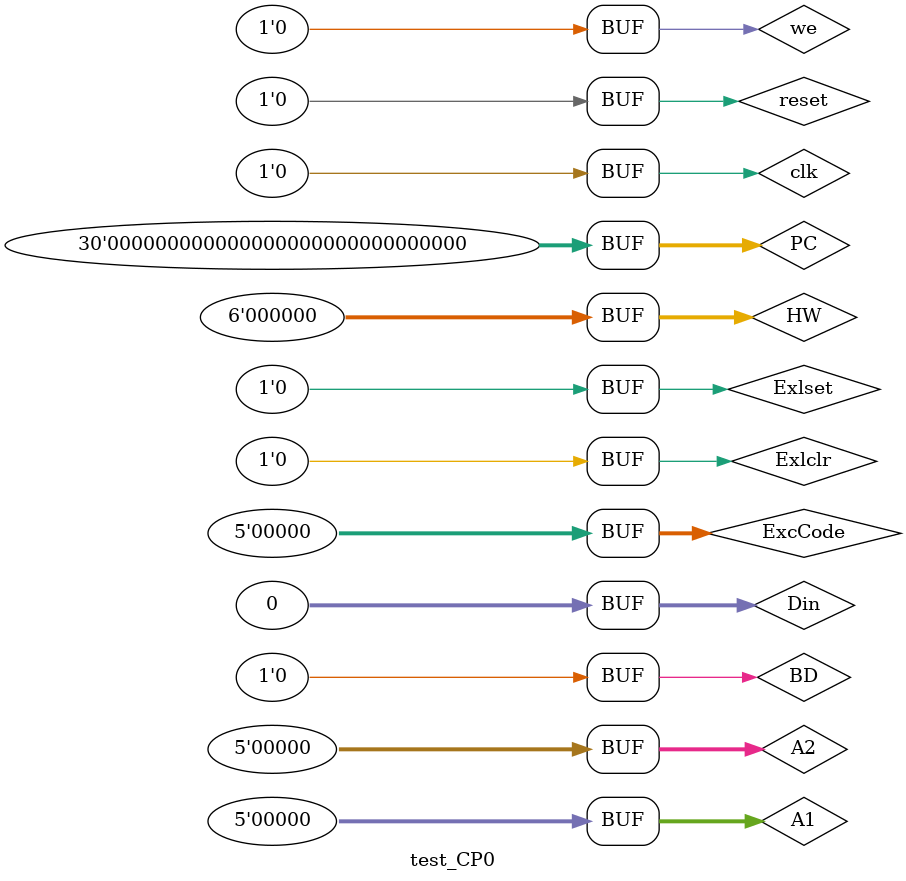
<source format=v>
`timescale 1ns / 1ps


module test_CP0;

	// Inputs
	reg [4:0] A1;
	reg [4:0] A2;
	reg [31:0] Din;
	reg [31:2] PC;
	reg [6:2] ExcCode;
	reg [5:0] HW;
	reg we;
	reg Exlset;
	reg Exlclr;
	reg clk;
	reg reset;
	reg BD;

	// Outputs
	wire intreq;
	wire [31:0] EPC_out;
	wire [31:0] Dout;

	// Instantiate the Unit Under Test (UUT)
	CP0 uut (
		.A1(A1), 
		.A2(A2), 
		.Din(Din), 
		.PC(PC), 
		.ExcCode(ExcCode), 
		.HW(HW), 
		.we(we), 
		.Exlset(Exlset), 
		.Exlclr(Exlclr), 
		.clk(clk), 
		.reset(reset), 
		.BD(BD), 
		.intreq(intreq), 
		.EPC_out(EPC_out), 
		.Dout(Dout)
	);

	initial begin
		// Initialize Inputs
		A1 = 0;
		A2 = 0;
		Din = 0;
		PC = 0;
		ExcCode = 0;
		HW = 0;
		we = 0;
		Exlset = 0;
		Exlclr = 0;
		clk = 0;
		reset = 0;
		BD = 0;

		// Wait 100 ns for global reset to finish
		#100;
        
		// Add stimulus here

	end
      
endmodule


</source>
